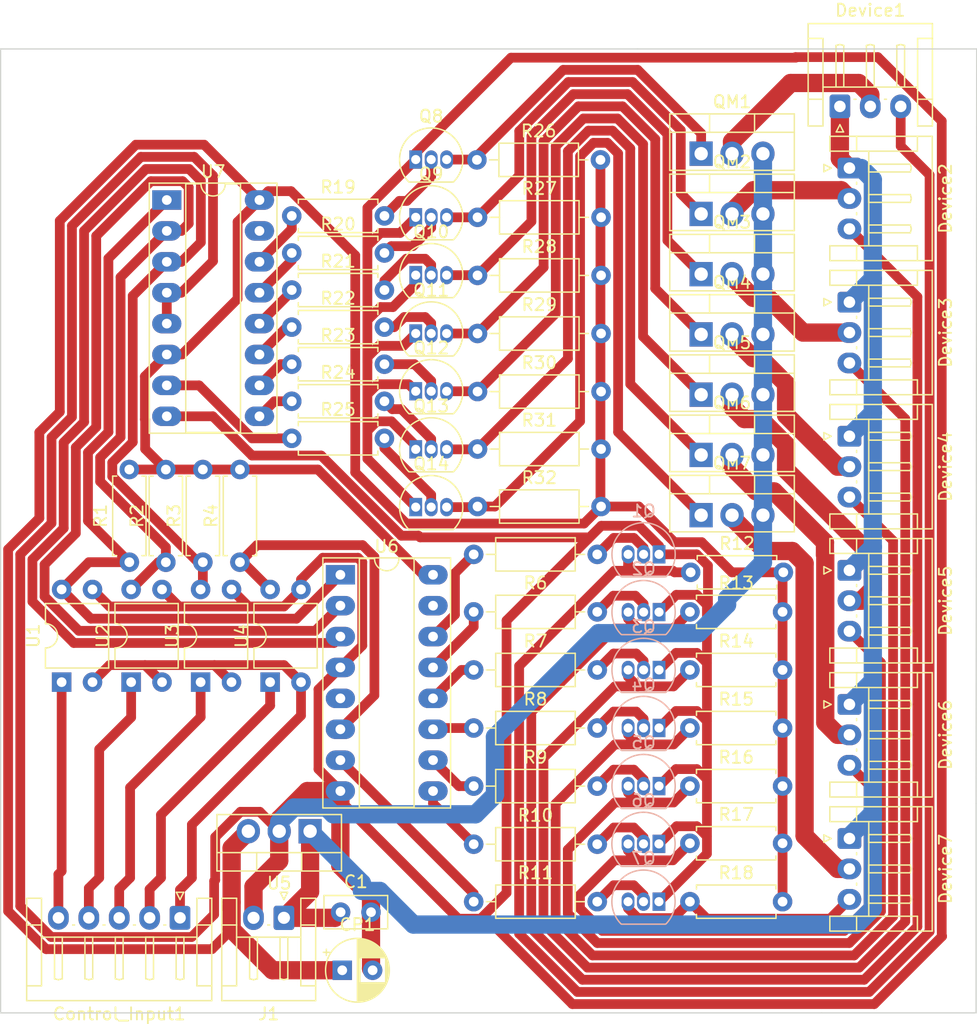
<source format=kicad_pcb>
(kicad_pcb (version 20221018) (generator pcbnew)
  (layers (0 "F.Cu" signal) (31 "B.Cu" signal) (34 "B.Paste" user) (35 "F.Paste" user) (36 "B.SilkS" user "B.Silkscreen") (37 "F.SilkS" user "F.Silkscreen") (38 "B.Mask" user) (39 "F.Mask" user) (44 "Edge.Cuts" user))
  (net 0 "")
  (net 1 "+12V")
  (net 2 "GND")
  (net 3 "MCU_A0")
  (net 4 "MCU_A1")
  (net 5 "MCU_A2")
  (net 6 "MCU_PWM")
  (net 7 "GNDA")
  (net 8 "+5V")
  (net 9 "D1_Power")
  (net 10 "D1_PWM")
  (net 11 "D2_Power")
  (net 12 "D2_PWM")
  (net 13 "D3_Power")
  (net 14 "D3_PWM")
  (net 15 "D4_Power")
  (net 16 "D4_PWM")
  (net 17 "D5_Power")
  (net 18 "D5_PWM")
  (net 19 "D6_Power")
  (net 20 "D6_PWM")
  (net 21 "D7_Power")
  (net 22 "D7_PWM")
  (net 23 "Net-(Q1-B)")
  (net 24 "Net-(Q2-B)")
  (net 25 "Net-(Q3-B)")
  (net 26 "Net-(Q4-B)")
  (net 27 "Net-(Q5-B)")
  (net 28 "Net-(Q6-B)")
  (net 29 "Net-(Q7-B)")
  (net 30 "Net-(Q8-B)")
  (net 31 "Net-(Q8-C)")
  (net 32 "Net-(Q9-B)")
  (net 33 "Net-(Q9-C)")
  (net 34 "Net-(Q10-B)")
  (net 35 "Net-(Q10-C)")
  (net 36 "Net-(Q11-B)")
  (net 37 "Net-(Q11-C)")
  (net 38 "Net-(Q12-B)")
  (net 39 "Net-(Q12-C)")
  (net 40 "Net-(Q13-B)")
  (net 41 "Net-(Q13-C)")
  (net 42 "Net-(Q14-B)")
  (net 43 "Net-(Q14-C)")
  (net 44 "A0")
  (net 45 "A1")
  (net 46 "A2")
  (net 47 "PWM")
  (net 48 "Net-(U6-~{Y1})")
  (net 49 "Net-(U6-~{Y2})")
  (net 50 "Net-(U6-~{Y3})")
  (net 51 "Net-(U6-~{Y4})")
  (net 52 "Net-(U6-~{Y5})")
  (net 53 "Net-(U6-~{Y6})")
  (net 54 "Net-(U6-~{Y7})")
  (net 55 "Net-(U7-~{Y1})")
  (net 56 "Net-(U7-~{Y2})")
  (net 57 "Net-(U7-~{Y3})")
  (net 58 "Net-(U7-~{Y4})")
  (net 59 "Net-(U7-~{Y5})")
  (net 60 "Net-(U7-~{Y6})")
  (net 61 "Net-(U7-~{Y7})")
  (footprint "Package_DIP:DIP-4_W7.62mm" (layer "F.Cu") (at 108.9798 105.0406 90)
    (fp_text reference "U4")
    (fp_text value "PC817")
  )
  (footprint "Connector_JST:JST_EH_S3B-EH_1x03_P2.50mm_Horizontal" (layer "F.Cu") (at 155.8328 57.7088)
    (fp_text reference "Device1")
    (fp_text value "Conn_01x03_Socket")
  )
  (footprint "Resistor_THT:R_Axial_DIN0207_L6.3mm_D2.5mm_P7.62mm_Horizontal" (layer "F.Cu") (at 106.496 95.1796 90)
    (fp_text reference "R4")
    (fp_text value "1k" hide)
  )
  (footprint "Connector_JST:JST_EH_S3B-EH_1x03_P2.50mm_Horizontal" (layer "F.Cu") (at 156.6164 106.8724 -90)
    (fp_text reference "Device6")
    (fp_text value "Conn_01x03_Socket")
  )
  (footprint "Connector_JST:JST_EH_S3B-EH_1x03_P2.50mm_Horizontal" (layer "F.Cu") (at 156.6164 73.8016 -90)
    (fp_text reference "Device3")
    (fp_text value "Conn_01x03_Socket")
  )
  (footprint "Resistor_THT:R_Axial_DIN0207_L6.3mm_D2.5mm_P10.16mm_Horizontal" (layer "F.Cu") (at 126.0348 76.3778)
    (fp_text reference "R29")
    (fp_text value "470")
  )
  (footprint "Resistor_THT:R_Axial_DIN0207_L6.3mm_D2.5mm_P7.62mm_Horizontal" (layer "F.Cu") (at 143.5 104.0384)
    (fp_text reference "R14")
    (fp_text value "470")
  )
  (footprint "Resistor_THT:R_Axial_DIN0207_L6.3mm_D2.5mm_P7.62mm_Horizontal" (layer "F.Cu") (at 97.4028 95.1796 90)
    (fp_text reference "R1")
    (fp_text value "1k")
  )
  (footprint "Resistor_THT:R_Axial_DIN0207_L6.3mm_D2.5mm_P10.16mm_Horizontal" (layer "F.Cu") (at 125.72 123.0884)
    (fp_text reference "R11")
    (fp_text value "220")
  )
  (footprint "Resistor_THT:R_Axial_DIN0207_L6.3mm_D2.5mm_P7.62mm_Horizontal" (layer "F.Cu") (at 110.7594 72.8064)
    (fp_text reference "R21")
    (fp_text value "220")
  )
  (footprint "Package_TO_SOT_THT:TO-92_Inline" (layer "F.Cu") (at 120.9548 90.6526)
    (fp_text reference "Q14")
    (fp_text value "S8050")
  )
  (footprint "Resistor_THT:R_Axial_DIN0207_L6.3mm_D2.5mm_P7.62mm_Horizontal" (layer "F.Cu") (at 143.5 113.5888)
    (fp_text reference "R16")
    (fp_text value "470")
  )
  (footprint "Resistor_THT:R_Axial_DIN0207_L6.3mm_D2.5mm_P7.62mm_Horizontal" (layer "F.Cu") (at 110.7594 75.8544)
    (fp_text reference "R22")
    (fp_text value "220")
  )
  (footprint "Connector_JST:JST_EH_S2B-EH_1x02_P2.50mm_Horizontal" (layer "F.Cu") (at 110.1144 124.4167 180)
    (fp_text reference "J1")
    (fp_text value "JST connector")
  )
  (footprint "Package_TO_SOT_THT:TO-220-3_Vertical" (layer "F.Cu") (at 144.4244 76.454)
    (fp_text reference "QM4")
    (fp_text value "IRLZ44N")
  )
  (footprint "Package_TO_SOT_THT:TO-220-3_Vertical" (layer "F.Cu") (at 112.268 117.2972 180)
    (fp_text reference "U5")
    (fp_text value "L7805")
  )
  (footprint "Resistor_THT:R_Axial_DIN0207_L6.3mm_D2.5mm_P10.16mm_Horizontal" (layer "F.Cu") (at 125.984 62.103)
    (fp_text reference "R26")
    (fp_text value "470")
  )
  (footprint "Package_DIP:DIP-4_W7.62mm" (layer "F.Cu") (at 97.5518 105.0406 90)
    (fp_text reference "U2")
    (fp_text value "PC817")
  )
  (footprint "Package_TO_SOT_THT:TO-92_Inline" (layer "F.Cu") (at 120.9548 62.0776)
    (fp_text reference "Q8")
    (fp_text value "S8050")
  )
  (footprint "Capacitor_THT:CP_Radial_D5.0mm_P2.50mm" (layer "F.Cu") (at 114.9096 128.7272)
    (fp_text reference "CP1")
    (fp_text value "1uF" hide)
  )
  (footprint "Resistor_THT:R_Axial_DIN0207_L6.3mm_D2.5mm_P7.62mm_Horizontal" (layer "F.Cu") (at 143.5608 96.012)
    (fp_text reference "R12")
    (fp_text value "470")
  )
  (footprint "Package_TO_SOT_THT:TO-220-3_Vertical" (layer "F.Cu") (at 144.4244 91.313)
    (fp_text reference "QM7")
    (fp_text value "IRLZ44N")
  )
  (footprint "Resistor_THT:R_Axial_DIN0207_L6.3mm_D2.5mm_P10.16mm_Horizontal" (layer "F.Cu") (at 126.0348 90.6018)
    (fp_text reference "R32")
    (fp_text value "470")
  )
  (footprint "Resistor_THT:R_Axial_DIN0207_L6.3mm_D2.5mm_P10.16mm_Horizontal" (layer "F.Cu") (at 125.72 94.5388)
    (fp_text reference "R5" hide)
    (fp_text value "220")
  )
  (footprint "Resistor_THT:R_Axial_DIN0207_L6.3mm_D2.5mm_P7.62mm_Horizontal" (layer "F.Cu") (at 143.5 118.2878)
    (fp_text reference "R17")
    (fp_text value "470")
  )
  (footprint "Package_TO_SOT_THT:TO-220-3_Vertical" (layer "F.Cu") (at 144.4244 81.407)
    (fp_text reference "QM5")
    (fp_text value "IRLZ44N")
  )
  (footprint "Resistor_THT:R_Axial_DIN0207_L6.3mm_D2.5mm_P7.62mm_Horizontal" (layer "F.Cu") (at 100.4048 95.1854 90)
    (fp_text reference "R2")
    (fp_text value "1k")
  )
  (footprint "Package_DIP:DIP-4_W7.62mm" (layer "F.Cu") (at 91.8348 105.0406 90)
    (fp_text reference "U1")
    (fp_text value "PC817")
  )
  (footprint "Package_TO_SOT_THT:TO-92_Inline" (layer "F.Cu") (at 120.9548 71.5816)
    (fp_text reference "Q10")
    (fp_text value "S8050")
  )
  (footprint "Resistor_THT:R_Axial_DIN0207_L6.3mm_D2.5mm_P10.16mm_Horizontal" (layer "F.Cu") (at 125.72 108.8136)
    (fp_text reference "R8")
    (fp_text value "220")
  )
  (footprint "Resistor_THT:R_Axial_DIN0207_L6.3mm_D2.5mm_P10.16mm_Horizontal" (layer "F.Cu") (at 125.72 99.2632)
    (fp_text reference "R6")
    (fp_text value "220")
  )
  (footprint "Package_DIP:DIP-16_W7.62mm_Socket_LongPads" (layer "F.Cu") (at 114.7572 96.2152)
    (fp_text reference "U6")
    (fp_text value "74HC137")
  )
  (footprint "Resistor_THT:R_Axial_DIN0207_L6.3mm_D2.5mm_P7.62mm_Horizontal" (layer "F.Cu") (at 110.7594 84.9984)
    (fp_text reference "R25")
    (fp_text value "220")
  )
  (footprint "Resistor_THT:R_Axial_DIN0207_L6.3mm_D2.5mm_P10.16mm_Horizontal" (layer "F.Cu") (at 125.72 118.364)
    (fp_text reference "R10")
    (fp_text value "220")
  )
  (footprint "Resistor_THT:R_Axial_DIN0207_L6.3mm_D2.5mm_P7.62mm_Horizontal" (layer "F.Cu") (at 143.5 123.0884)
    (fp_text reference "R18")
    (fp_text value "470")
  )
  (footprint "Resistor_THT:R_Axial_DIN0207_L6.3mm_D2.5mm_P7.62mm_Horizontal" (layer "F.Cu") (at 110.7594 69.7584)
    (fp_text reference "R20")
    (fp_text value "220")
  )
  (footprint "Resistor_THT:R_Axial_DIN0207_L6.3mm_D2.5mm_P7.62mm_Horizontal" (layer "F.Cu") (at 143.5 99.2632)
    (fp_text reference "R13")
    (fp_text value "470")
  )
  (footprint "Resistor_THT:R_Axial_DIN0207_L6.3mm_D2.5mm_P10.16mm_Horizontal" (layer "F.Cu") (at 125.72 104.0384)
    (fp_text reference "R7")
    (fp_text value "220")
  )
  (footprint "Package_TO_SOT_THT:TO-220-3_Vertical" (layer "F.Cu") (at 144.4244 66.548)
    (fp_text reference "QM2")
    (fp_text value "IRLZ44N")
  )
  (footprint "Package_DIP:DIP-16_W7.62mm_Socket_LongPads" (layer "F.Cu") (at 100.4824 65.405)
    (fp_text reference "U7")
    (fp_text value "74HC137")
  )
  (footprint "Resistor_THT:R_Axial_DIN0207_L6.3mm_D2.5mm_P10.16mm_Horizontal" (layer "F.Cu") (at 126.0348 71.6026)
    (fp_text reference "R28")
    (fp_text value "470")
  )
  (footprint "Capacitor_THT:C_Disc_D5.0mm_W2.5mm_P2.50mm" (layer "F.Cu") (at 114.7772 123.952)
    (fp_text reference "C1")
    (fp_text value "0.1uF")
  )
  (footprint "Connector_JST:JST_EH_S3B-EH_1x03_P2.50mm_Horizontal" (layer "F.Cu") (at 156.6164 95.8488 -90)
    (fp_text reference "Device5")
    (fp_text value "Conn_01x03_Socket")
  )
  (footprint "Resistor_THT:R_Axial_DIN0207_L6.3mm_D2.5mm_P7.62mm_Horizontal" (layer "F.Cu") (at 143.5 108.8136)
    (fp_text reference "R15")
    (fp_text value "470")
  )
  (footprint "Package_TO_SOT_THT:TO-92_Inline" (layer "F.Cu") (at 120.9548 81.1276)
    (fp_text reference "Q12")
    (fp_text value "S8050")
  )
  (footprint "Resistor_THT:R_Axial_DIN0207_L6.3mm_D2.5mm_P10.16mm_Horizontal" (layer "F.Cu") (at 126.0348 85.8774)
    (fp_text reference "R31")
    (fp_text value "470")
  )
  (footprint "Resistor_THT:R_Axial_DIN0207_L6.3mm_D2.5mm_P7.62mm_Horizontal" (layer "F.Cu") (at 103.448 95.1796 90)
    (fp_text reference "R3")
    (fp_text value "1k")
  )
  (footprint "Resistor_THT:R_Axial_DIN0207_L6.3mm_D2.5mm_P7.62mm_Horizontal" (layer "F.Cu") (at 110.7594 81.9504)
    (fp_text reference "R24")
    (fp_text value "220")
  )
  (footprint "Package_TO_SOT_THT:TO-220-3_Vertical" (layer "F.Cu") (at 144.4244 86.36)
    (fp_text reference "QM6")
    (fp_text value "IRLZ44N")
  )
  (footprint "Connector_JST:JST_EH_S3B-EH_1x03_P2.50mm_Horizontal" (layer "F.Cu") (at 156.6164 117.896 -90)
    (fp_text reference "Device7")
    (fp_text value "Conn_01x03_Socket")
  )
  (footprint "Resistor_THT:R_Axial_DIN0207_L6.3mm_D2.5mm_P10.16mm_Horizontal" (layer "F.Cu") (at 126.0348 66.8274)
    (fp_text reference "R27")
    (fp_text value "470")
  )
  (footprint "Connector_JST:JST_EH_S3B-EH_1x03_P2.50mm_Horizontal" (layer "F.Cu") (at 156.6164 62.778 -90)
    (fp_text reference "Device2")
    (fp_text value "Conn_01x03_Socket")
  )
  (footprint "Package_TO_SOT_THT:TO-92_Inline" (layer "F.Cu") (at 120.9548 85.9028)
    (fp_text reference "Q13")
    (fp_text value "S8050")
  )
  (footprint "Resistor_THT:R_Axial_DIN0207_L6.3mm_D2.5mm_P10.16mm_Horizontal" (layer "F.Cu") (at 126.0348 81.153)
    (fp_text reference "R30")
    (fp_text value "470")
  )
  (footprint "Package_TO_SOT_THT:TO-92_Inline" (layer "F.Cu") (at 120.9548 66.8274)
    (fp_text reference "Q9")
    (fp_text value "S8050")
  )
  (footprint "Resistor_THT:R_Axial_DIN0207_L6.3mm_D2.5mm_P10.16mm_Horizontal" (layer "F.Cu") (at 125.72 113.5888)
    (fp_text reference "R9")
    (fp_text value "220")
  )
  (footprint "Connector_JST:JST_EH_S3B-EH_1x03_P2.50mm_Horizontal" (layer "F.Cu") (at 156.6164 84.8252 -90)
    (fp_text reference "Device4")
    (fp_text value "Conn_01x03_Socket")
  )
  (footprint "Resistor_THT:R_Axial_DIN0207_L6.3mm_D2.5mm_P7.62mm_Horizontal" (layer "F.Cu") (at 110.7594 66.7104)
    (fp_text reference "R19")
    (fp_text value "220")
  )
  (footprint "Connector_JST:JST_EH_S5B-EH_1x05_P2.50mm_Horizontal" (layer "F.Cu") (at 101.5708 124.4167 180)
    (fp_text reference "Control_Input1")
    (fp_text value "Conn_01x05_Socket")
  )
  (footprint "Package_DIP:DIP-4_W7.62mm" (layer "F.Cu") (at 103.2648 105.0406 90)
    (fp_text reference "U3")
    (fp_text value "PC817")
  )
  (footprint "Package_TO_SOT_THT:TO-220-3_Vertical" (layer "F.Cu") (at 144.4244 71.501)
    (fp_text reference "QM3")
    (fp_text value "IRLZ44N")
  )
  (footprint "Package_TO_SOT_THT:TO-92_Inline" (layer "F.Cu") (at 120.9548 76.3778)
    (fp_text reference "Q11")
    (fp_text value "S8050")
  )
  (footprint "Package_TO_SOT_THT:TO-220-3_Vertical" (layer "F.Cu") (at 144.4244 61.595)
    (fp_text reference "QM1")
    (fp_text value "IRLZ44N")
  )
  (footprint "Resistor_THT:R_Axial_DIN0207_L6.3mm_D2.5mm_P7.62mm_Horizontal" (layer "F.Cu") (at 110.7594 78.9024)
    (fp_text reference "R23")
    (fp_text value "220")
  )
  (footprint "Package_TO_SOT_THT:TO-92_Inline" (layer "B.Cu") (at 140.96 99.2838 180)
    (fp_text reference "Q2")
    (fp_text value "S8050")
  )
  (footprint "Package_TO_SOT_THT:TO-92_Inline" (layer "B.Cu") (at 140.96 104.038 180)
    (fp_text reference "Q3")
    (fp_text value "S8050")
  )
  (footprint "Package_TO_SOT_THT:TO-92_Inline" (layer "B.Cu") (at 140.9524 123.0884 180)
    (fp_text reference "Q7")
    (fp_text value "S8050")
  )
  (footprint "Package_TO_SOT_THT:TO-92_Inline" (layer "B.Cu") (at 140.96 108.8092 180)
    (fp_text reference "Q4")
    (fp_text value "S8050")
  )
  (footprint "Package_TO_SOT_THT:TO-92_Inline" (layer "B.Cu") (at 140.9524 118.3386 180)
    (fp_text reference "Q6")
    (fp_text value "S8050")
  )
  (footprint "Package_TO_SOT_THT:TO-92_Inline" (layer "B.Cu") (at 140.96 113.5844 180)
    (fp_text reference "Q5")
    (fp_text value "S8050")
  )
  (footprint "Package_TO_SOT_THT:TO-92_Inline" (layer "B.Cu") (at 140.96 94.534 180)
    (fp_text reference "Q1")
    (fp_text value "S8050")
  )
  (gr_line (start 154.3304 132.2324) (end 86.8172 132.2324) (stroke (width 0.1)) (layer "Edge.Cuts"))
  (gr_line (start 167.0304 115.0112) (end 167.0304 132.2324) (stroke (width 0.1)) (layer "Edge.Cuts"))
  (gr_line (start 167.0304 115.0112) (end 167.0812 52.9844) (stroke (width 0.1)) (layer "Edge.Cuts"))
  (gr_line (start 86.8172 96.7232) (end 86.8172 52.9844) (stroke (width 0.1)) (layer "Edge.Cuts"))
  (gr_line (start 167.0812 52.9844) (end 167.0812 52.9844) (stroke (width 0.1)) (layer "Edge.Cuts"))
  (gr_line (start 139.192 52.9844) (end 167.0812 52.9844) (stroke (width 0.1)) (layer "Edge.Cuts"))
  (gr_line (start 139.192 52.9844) (end 86.8172 52.9844) (stroke (width 0.1)) (layer "Edge.Cuts"))
  (gr_line (start 86.8172 96.7232) (end 86.8172 132.2324) (stroke (width 0.1)) (layer "Edge.Cuts"))
  (gr_line (start 154.3304 132.2324) (end 167.0304 132.2324) (stroke (width 0.1)) (layer "Edge.Cuts"))
  (segment (start 112.268 122.2631) (end 110.1144 124.4167) (width 1.5) (layer "F.Cu") (net 1))
  (segment (start 110.1144 124.4167) (end 114.3125 124.4167) (width 1.5) (layer "F.Cu") (net 1))
  (segment (start 114.3125 124.4167) (end 114.7772 123.952) (width 1.5) (layer "F.Cu") (net 1))
  (segment (start 155.8328 61.9944) (end 156.6164 62.778) (width 1.5) (layer "F.Cu") (net 1))
  (segment (start 155.8328 57.7088) (end 155.8328 61.9944) (width 1.5) (layer "F.Cu") (net 1))
  (segment (start 112.268 117.2972) (end 112.268 122.2631) (width 1.5) (layer "F.Cu") (net 1))
  (segment (start 158.540153 63.726753) (end 157.5914 62.778) (width 1.5) (layer "B.Cu") (net 1))
  (segment (start 116.5272 122.202) (end 117.994962 122.202) (width 1.5) (layer "B.Cu") (net 1))
  (segment (start 158.540153 71.877847) (end 158.540153 82.901447) (width 1.5) (layer "B.Cu") (net 1))
  (segment (start 156.6164 117.729381) (end 156.6164 117.896) (width 1.5) (layer "B.Cu") (net 1))
  (segment (start 157.211019 124.968) (end 158.540153 123.638866) (width 1.5) (layer "B.Cu") (net 1))
  (segment (start 158.540153 93.925047) (end 156.6164 95.8488) (width 1.5) (layer "B.Cu") (net 1))
  (segment (start 158.540153 123.638866) (end 158.540153 115.805628) (width 1.5) (layer "B.Cu") (net 1))
  (segment (start 158.540153 82.901447) (end 156.6164 84.8252) (width 1.5) (layer "B.Cu") (net 1))
  (segment (start 158.540153 82.901447) (end 158.540153 93.925047) (width 1.5) (layer "B.Cu") (net 1))
  (segment (start 120.760962 124.968) (end 157.211019 124.968) (width 1.5) (layer "B.Cu") (net 1))
  (segment (start 116.5272 122.202) (end 116.5272 121.5564) (width 1.5) (layer "B.Cu") (net 1))
  (segment (start 157.5914 62.778) (end 156.6164 62.778) (width 1.5) (layer "B.Cu") (net 1))
  (segment (start 158.540153 115.805628) (end 156.6164 117.729381) (width 1.5) (layer "B.Cu") (net 1))
  (segment (start 158.540153 71.877847) (end 156.6164 73.8016) (width 1.5) (layer "B.Cu") (net 1))
  (segment (start 158.540153 104.948647) (end 158.540153 115.805628) (width 1.5) (layer "B.Cu") (net 1))
  (segment (start 117.994962 122.202) (end 120.760962 124.968) (width 1.5) (layer "B.Cu") (net 1))
  (segment (start 158.540153 93.925047) (end 158.540153 104.948647) (width 1.5) (layer "B.Cu") (net 1))
  (segment (start 158.540153 71.877847) (end 158.540153 63.726753) (width 1.5) (layer "B.Cu") (net 1))
  (segment (start 116.5272 121.5564) (end 112.268 117.2972) (width 1.5) (layer "B.Cu") (net 1))
  (segment (start 158.540153 104.948647) (end 156.6164 106.8724) (width 1.5) (layer "B.Cu") (net 1))
  (segment (start 164.2072 125.903729) (end 164.2364 125.932929) (width 0.8) (layer "F.Cu") (net 2))
  (segment (start 142.3806 97.8632) (end 140.96 99.2838) (width 0.8) (layer "F.Cu") (net 2))
  (segment (start 144.9 117.715014) (end 144.072786 116.8878) (width 0.8) (layer "F.Cu") (net 2))
  (segment (start 106.547598 115.698423) (end 108.129223 115.698423) (width 0.8) (layer "F.Cu") (net 2))
  (segment (start 144.072786 97.8632) (end 142.3806 97.8632) (width 0.8) (layer "F.Cu") (net 2))
  (segment (start 109.728 119.733204) (end 107.6144 121.846804) (width 1.5) (layer "F.Cu") (net 2))
  (segment (start 116.9794 69.185614) (end 118.054614 68.1104) (width 0.8) (layer "F.Cu") (net 2))
  (segment (start 142.4032 116.8878) (end 140.9524 118.3386) (width 0.8) (layer "F.Cu") (net 2))
  (segment (start 104.4644 117.781621) (end 106.547598 115.698423) (width 0.8) (layer "F.Cu") (net 2))
  (segment (start 114.7572 114.7952) (end 124.4504 124.4884) (width 0.8) (layer "F.Cu") (net 2))
  (segment (start 128.4224 122.358786) (end 128.4224 99.9744) (width 0.8) (layer "F.Cu") (net 2))
  (segment (start 142.3556 112.1888) (end 140.96 113.5844) (width 0.8) (layer "F.Cu") (net 2))
  (segment (start 110.1198 98.8206) (end 111.5198 97.4206) (width 0.8) (layer "F.Cu") (net 2))
  (segment (start 119.9388 77.3938) (end 120.9548 76.3778) (width 0.8) (layer "F.Cu") (net 2))
  (segment (start 100.4824 75.565) (end 100.4824 73.025) (width 0.8) (layer "F.Cu") (net 2))
  (segment (start 117.2772 123.952) (end 117.2772 122.662) (width 1.5) (layer "F.Cu") (net 2))
  (segment (start 101.6824 73.025) (end 104.282401 70.424999) (width 0.8) (layer "F.Cu") (net 2))
  (segment (start 107.4928 86.4108) (end 104.267 83.185) (width 0.8) (layer "F.Cu") (net 2))
  (segment (start 117.806614 80.5504) (end 120.3776 80.5504) (width 0.8) (layer "F.Cu") (net 2))
  (segment (start 102.733227 61.855599) (end 98.354845 61.855599) (width 0.8) (layer "F.Cu") (net 2))
  (segment (start 107.6144 121.846804) (end 107.6144 124.4167) (width 1.5) (layer "F.Cu") (net 2))
  (segment (start 135.1026 93.2942) (end 134.9472 93.1388) (width 0.8) (layer "F.Cu") (net 2))
  (segment (start 102.5263 125.9917) (end 104.376799 124.141201) (width 0.8) (layer "F.Cu") (net 2))
  (segment (start 126.813516 124.4884) (end 126.292786 124.4884) (width 0.8) (layer "F.Cu") (net 2))
  (segment (start 116.9794 66.053) (end 116.9794 69.3674) (width 0.8) (layer "F.Cu") (net 2))
  (segment (start 152.187326 53.702998) (end 152.187326 53.656392) (width 0.8) (layer "F.Cu") (net 2))
  (segment (start 144.072786 116.8878) (end 142.4032 116.8878) (width 0.8) (layer "F.Cu") (net 2))
  (segment (start 116.9794 78.7654) (end 116.9794 75.281614) (width 0.8) (layer "F.Cu") (net 2))
  (segment (start 100.0918 97.4206) (end 101.4918 98.8206) (width 0.8) (layer "F.Cu") (net 2))
  (segment (start 144.9 113.016014) (end 144.9 108.240814) (width 0.8) (layer "F.Cu") (net 2))
  (segment (start 140.96 93.844228) (end 139.300995 92.185223) (width 0.8) (layer "F.Cu") (net 2))
  (segment (start 116.9794 75.281614) (end 116.9794 69.3674) (width 0.8) (layer "F.Cu") (net 2))
  (segment (start 109.728 117.2972) (end 109.728 119.733204) (width 1.5) (layer "F.Cu") (net 2))
  (segment (start 116.9794 81.377614) (end 116.9794 78.7654) (width 0.8) (layer "F.Cu") (net 2))
  (segment (start 119.766258 93.0018) (end 113.175258 86.4108) (width 0.8) (layer "F.Cu") (net 2))
  (segment (start 112.9572 105.6352) (end 114.7572 103.8352) (width 0.8) (layer "F.Cu") (net 2))
  (segment (start 88.434798 123.452343) (end 90.974155 125.9917) (width 0.8) (layer "F.Cu") (net 2))
  (segment (start 124.4504 124.4884) (end 126.292786 124.4884) (width 0.8) (layer "F.Cu") (net 2))
  (segment (start 144.055586 94.534) (end 144.9832 95.461614) (width 0.8) (layer "F.Cu") (net 2))
  (segment (start 144.9 103.465614) (end 144.9 98.690414) (width 0.8) (layer "F.Cu") (net 2))
  (segment (start 116.5572 95.166672) (end 116.205728 94.8152) (width 0.8) (layer "F.Cu") (net 2))
  (segment (start 119.08 74.2064) (end 120.9548 72.3316) (width 0.8) (layer "F.Cu") (net 2))
  (segment (start 120.9548 62.0776) (end 120.9548 61.535502) (width 0.8) (layer "F.Cu") (net 2))
  (segment (start 117.7604 83.5984) (end 118.952186 83.5984) (width 0.8) (layer "F.Cu") (net 2))
  (segment (start 164.2072 58.911555) (end 164.2072 125.903729) (width 0.8) (layer "F.Cu") (net 2))
  (segment (start 117.2772 122.662) (end 114.7572 120.142) (width 1.5) (layer "F.Cu") (net 2))
  (segment (start 144.9 117.715014) (end 144.9 113.016014) (width 0.8) (layer "F.Cu") (net 2))
  (segment (start 116.9794 69.3674) (end 116.9794 69.185614) (width 0.8) (layer "F.Cu") (net 2))
  (segment (start 108.129223 115.698423) (end 109.728 117.2972) (width 0.8) (layer "F.Cu") (net 2))
  (segment (start 114.7572 103.8352) (end 116.5572 102.0352) (width 0.8) (layer "F.Cu") (net 2))
  (segment (start 136.211577 92.185223) (end 135.1026 93.2942) (width 0.8) (layer "F.Cu") (net 2))
  (segment (start 117.2772 123.952) (end 117.2772 128.5948) (width 1.5) (layer "F.Cu") (net 2))
  (segment (start 144.072786 112.1888) (end 142.3556 112.1888) (width 0.8) (layer "F.Cu") (net 2))
  (segment (start 92.682399 67.528045) (end 92.6824 83.236144) (width 0.8) (layer "F.Cu") (net 2))
  (segment (start 113.175258 86.4108) (end 107.4928 86.4108) (width 0.8) (layer "F.Cu") (net 2))
  (segment (start 117.915214 77.3938) (end 119.9388 77.3938) (width 0.8) (layer "F.Cu") (net 2))
  (segment (start 144.9 103.465614) (end 144.072786 102.6384) (width 0.8) (layer "F.Cu") (net 2))
  (segment (start 142.3596 102.6384) (end 140.96 104.038) (width 0.8) (layer "F.Cu") (net 2))
  (segment (start 140.96 94.534) (end 144.055586 94.534) (width 0.8) (layer "F.Cu") (net 2))
  (segment (start 133.833116 131.508) (end 126.813516 124.4884) (width 0.8) (layer "F.Cu") (net 2))
  (segment (start 118.952186 83.5984) (end 120.9548 85.601014) (width 0.8) (layer "F.Cu") (net 2))
  (segment (start 91.002799 91.971171) (end 88.434798 94.539172) (width 0.8) (layer "F.Cu") (net 2))
  (segment (start 119.6718 68.1104) (end 120.9548 66.8274) (width 0.8) (layer "F.Cu") (net 2))
  (segment (start 114.7572 120.142) (end 114.7572 113.9952) (width 1.5) (layer "F.Cu") (net 2))
  (segment (start 104.282401 70.424999) (end 104.2824 63.404772) (width 0.8) (layer "F.Cu") (net 2))
  (segment (start 120.9548 90.6526) (end 116.9794 86.6772) (width 0.8) (layer "F.Cu") (net 2))
  (segment (start 104.4644 121.3104) (end 104.4644 117.781621) (width 0.8) (layer "F.Cu") (net 2))
  (segment (start 104.2824 63.404772) (end 102.733227 61.855599) (width 0.8) (layer "F.Cu") (net 2))
  (segment (start 158.952037 53.656392) (end 164.2072 58.911555) (width 0.8) (layer "F.Cu") (net 2))
  (segment (start 128.4224 99.9744) (end 135.1026 93.2942) (width 0.8) (layer "F.Cu") (net 2))
  (segment (start 121.18097 93.0018) (end 119.766258 93.0018) (width 0.8) (layer "F.Cu") (net 2))
  (segment (start 144.9 98.690414) (end 144.072786 97.8632) (width 0.8) (layer "F.Cu") (net 2))
  (segment (start 116.205728 94.8152) (end 113.308672 94.8152) (width 0.8) (layer "F.Cu") (net 2))
  (segment (start 140.96 94.534) (end 140.96 93.844228) (width 0.8) (layer "F.Cu") (net 2))
  (segment (start 104.376799 124.141201) (end 104.376799 121.398001) (width 0.8) (layer "F.Cu") (net 2))
  (segment (start 113.308672 94.8152) (end 111.5198 96.604072) (width 0.8) (layer "F.Cu") (net 2))
  (segment (start 118.054614 74.2064) (end 119.08 74.2064) (width 0.8) (layer "F.Cu") (net 2))
  (segment (start 158.661327 131.508002) (end 133.833116 131.508) (width 0.8) (layer "F.Cu") (net 2))
  (segment (start 114.7572 113.9952) (end 114.7572 114.7952) (width 0.8) (layer "F.Cu") (net 2))
  (segment (start 144.9832 98.607214) (end 144.9 98.690414) (width 0.8) (layer "F.Cu") (net 2))
  (segment (start 144.072786 102.6384) (end 142.3596 102.6384) (width 0.8) (layer "F.Cu") (net 2))
  (segment (start 144.072786 107.4136) (end 142.3556 107.4136) (width 0.8) (layer "F.Cu") (net 2))
  (segment (start 116.9794 81.377614) (end 117.806614 80.5504) (width 0.8) (layer "F.Cu") (net 2))
  (segment (start 112.9572 112.1952) (end 112.9572 105.6352) (width 0.8) (layer "F.Cu") (net 2))
  (segment (start 116.9794 78.329614) (end 117.915214 77.3938) (width 0.8) (layer "F.Cu") (net 2))
  (segment (start 117.2772 128.5948) (end 117.4096 128.7272) (width 1.5) (layer "F.Cu") (net 2))
  (segment (start 116.5572 102.0352) (end 116.5572 95.166672) (width 0.8) (layer "F.Cu") (net 2))
  (segment (start 116.9794 86.6772) (end 116.9794 84.3794) (width 0.8) (layer "F.Cu") (net 2))
  (segment (start 112.03367 113.9952) (end 114.7572 113.9952) (width 1.5) (layer "F.Cu") (net 2))
  (segment (start 92.6824 83.236144) (end 91.002798 84.915746) (width 0.8) (layer "F.Cu") (net 2))
  (segment (start 121.31797 93.1388) (end 121.18097 93.0018) (width 0.8) (layer "F.Cu") (net 2))
  (segment (start 120.3776 80.5504) (end 120.9548 81.1276) (width 0.8) (layer "F.Cu") (net 2))
  (segment (start 144.9 113.016014) (end 144.072786 112.1888) (width 0.8) (layer "F.Cu") (net 2))
  (segment (start 94.3748 97.4206) (end 95.7748 98.8206) (width 0.8) (layer "F.Cu") (net 2))
  (segment (start 116.9794 75.281614) (end 118.054614 74.2064) (width 0.8) (layer "F.Cu") (net 2))
  (segment (start 120.9548 85.601014) (end 120.9548 85.9028) (width 0.8) (layer "F.Cu") (net 2))
  (segment (start 144.9 119.1408) (end 144.9 117.715014) (width 0.8) (layer "F.Cu") (net 2))
  (segment (start 116.9794 78.7654) (end 116.9794 78.329614) (width 0.8) (layer "F.Cu") (net 2))
  (segment (start 144.9832 95.461614) (end 144.9832 98.607214) (width 0.8) (layer "F.Cu") (net 2))
  (segment (start 120.9548 61.535502) (end 128.787304 53.702998) (width 0.8) (layer "F.Cu") (net 2))
  (segment (start 120.9548 62.0776) (end 116.9794 66.053) (width 0.8) (layer "F.Cu") (net 2))
  (segment (start 88.434798 94.539172) (end 88.434798 123.452343) (width 0.8) (layer "F.Cu") (net 2))
  (segment (start 101.4918 98.8206) (end 107.2048 98.8206) (width 0.8) (layer "F.Cu") (net 2))
  (segment (start 98.354845 61.855599) (end 92.682399 67.528045) (width 0.8) (layer "F.Cu") (net 2))
  (segment (start 152.187326 53.656392) (end 158.952037 53.656392) (width 0.8) (layer "F.Cu") (net 2))
  (segment (start 91.002798 84.915746) (end 91.002799 91.971171) (width 0.8) (layer "F.Cu") (net 2))
  (segment (start 111.5198 96.604072) (end 111.5198 97.4206) (width 0.8) (layer "F.Cu") (net 2))
  (segment (start 104.267 83.185) (end 100.4824 83.185) (width 0.8) (layer "F.Cu") (net 2))
  (segment (start 118.054614 68.1104) (end 119.6718 68.1104) (width 0.8) (layer "F.Cu") (net 2))
  (segment (start 134.9472 93.1388) (end 121.31797 93.1388) (width 0.8) (layer "F.Cu") (net 2))
  (segment (start 100.4824 73.025) (end 101.6824 73.025) (width 0.8) (layer "F.Cu") (net 2))
  (segment (start 126.292786 124.4884) (end 128.4224 122.358786) (width 0.8) (layer "F.Cu") (net 2))
  (segment (start 164.2364 125.932929) (end 158.661327 131.508002) (width 0.8) (layer "F.Cu") (net 2))
  (segment (start 95.7748 98.8206) (end 101.4918 98.8206) (width 0.8) (layer "F.Cu") (net 2))
  (segment (start 104.376799 121.398001) (end 104.4644 121.3104) (width 0.8) (layer "F.Cu") (net 2))
  (segment (start 90.974155 125.9917) (end 102.5263 125.9917) (width 0.8) (layer "F.Cu") (net 2))
  (segment (start 140.9524 123.0884) (end 144.9 119.1408) (width 0.8) (layer "F.Cu") (net 2))
  (segment (start 116.9794 84.3794) (end 116.9794 81.377614) (width 0.8) (layer "F.Cu") (net 2))
  (segment (start 139.300995 92.185223) (end 136.211577 92.185223) (width 0.8) (layer "F.Cu") (net 2))
  (segment (start 110.1198 98.8206) (end 107.2048 98.8206) (width 0.8) (layer "F.Cu") (net 2))
  (segment (start 107.2048 98.8206) (end 105.8048 97.4206) (width 0.8) (layer "F.Cu") (net 2))
  (segment (start 114.7572 113.9952) (end 112.9572 112.1952) (width 0.8) (layer "F.Cu") (net 2))
  (segment (start 116.9794 84.3794) (end 117.7604 83.5984) (width 0.8) (layer "F.Cu") (net 2))
  (segment (start 120.9548 72.3316) (end 120.9548 71.5816) (width 0.8) (layer "F.Cu") (net 2))
  (segment (start 109.728 116.30087) (end 112.03367 113.9952) (width 1.5) (layer "F.Cu") (net 2))
  (segment (start 109.728 117.2972) (end 109.728 116.30087) (width 1.5) (layer "F.Cu") (net 2))
  (segment (start 142.3556 107.4136) (end 140.96 108.8092) (width 0.8) (layer "F.Cu") (net 2))
  (segment (start 128.787304 53.702998) (end 152.187326 53.702998) (width 0.8) (layer "F.Cu") (net 2))
  (segment (start 144.9 108.240814) (end 144.9 103.465614) (width 0.8) (layer "F.Cu") (net 2))
  (segment (start 144.9 108.240814) (end 144.072786 107.4136) (width 0.8) (layer "F.Cu") (net 2))
  (segment (start 109.728 116.541196) (end 109.728 117.2972) (width 1.5) (layer "B.Cu") (net 2))
  (segment (start 135.988162 101.0132) (end 127.47 109.531362) (width 1.5) (layer "B.Cu") (net 2))
  (segment (start 149.5044 95.220638) (end 146.558 98.167038) (width 1.5) (layer "B.Cu") (net 2))
  (segment (start 146.558 98.167038) (end 146.558 98.672962) (width 1.5) (layer "B.Cu") (net 2))
  (segment (start 127.47 114.306562) (end 125.872866 115.903696) (width 1.5) (layer "B.Cu") (net 2))
  (segment (start 114.1705 115.903696) (end 113.614004 115.3472) (width 1.5) (layer "B.Cu") (net 2))
  (segment (start 110.921996 115.3472) (end 109.728 116.541196) (width 1.5) (layer "B.Cu") (net 2))
  (segment (start 149.5044 61.595) (end 149.5044 91.313) (width 1.5) (layer "B.Cu") (net 2))
  (segment (start 149.5044 91.313) (end 149.5044 95.220638) (width 1.5) (layer "B.Cu") (net 2))
  (segment (start 144.217762 101.0132) (end 135.988162 101.0132) (width 1.5) (layer "B.Cu") (net 2))
  (segment (start 127.47 109.531362) (end 127.47 114.306562) (width 1.5) (layer "B.Cu") (net 2))
  (segment (start 113.614004 115.3472) (end 110.921996 115.3472) (width 1.5) (layer "B.Cu") (net 2))
  (segment (start 125.872866 115.903696) (end 114.1705 115.903696) (width 1.5) (layer "B.Cu") (net 2))
  (segment (start 146.558 98.672962) (end 144.217762 101.0132) (width 1.5) (layer "B.Cu") (net 2))
  (segment (start 91.8348 105.0406) (end 91.8348 120.5764) (width 0.8) (layer "F.Cu") (net 3))
  (segment (start 91.8348 120.5764) (end 91.5708 120.8404) (width 0.8) (layer "F.Cu") (net 3))
  (segment (start 91.5708 120.8404) (end 91.5708 124.4167) (width 0.8) (layer "F.Cu") (net 3))
  (segment (start 94.9252 121.1268) (end 94.9252 110.5608) (width 0.8) (layer "F.Cu") (net 4))
  (segment (start 94.9252 110.5608) (end 97.5518 107.9342) (width 0.8) (layer "F.Cu") (net 4))
  (segment (start 97.5518 107.9342) (end 97.5518 105.0406) (width 0.8) (layer "F.Cu") (net 4))
  (segment (start 94.0708 121.9812) (end 94.0708 124.4167) (width 0.8) (layer "F.Cu") (net 4))
  (segment (start 94.9252 121.1268) (end 94.0708 121.9812) (width 0.8) (layer "F.Cu") (net 4))
  (segment (start 97.4652 121.1268) (end 97.4652 113.7104) (width 0.8) (layer "F.Cu") (net 5))
  (segment (start 103.2648 107.9108) (end 103.2648 105.0406) (width 0.8) (layer "F.Cu") (net 5))
  (segment (start 97.4652 113.7104) (end 103.2648 107.9108) (width 0.8) (layer "F.Cu") (net 5))
  (segment (start 96.5708 122.0212) (end 96.5708 124.4167) (width 0.8) (layer "F.Cu") (net 5))
  (segment (start 97.4652 121.1268) (end 96.5708 122.0212) (width 0.8) (layer "F.Cu") (net 5))
  (segment (start 100.0052 121.1268) (end 99.0708 122.0612) (width 0.8) (layer "F.Cu") (net 6))
  (segment (start 108.9798 106.971) (end 108.9798 105.0406) (width 0.8) (layer "F.Cu") (net 6))
  (segment (start 99.0708 122.0612) (end 99.0708 124.4167) (width 0.8) (layer "F.Cu") (net 6))
  (segment (start 100.0052 115.9456) (end 108.9798 106.971) (width 0.8) (layer "F.Cu") (net 6))
  (segment (start 100.0052 121.1268) (end 100.0052 115.9456) (width 0.8) (layer "F.Cu") (net 6))
  (segment (start 95.7748 103.6406) (end 98.6918 103.6406) (width 0.8) (layer "F.Cu") (net 7))
  (segment (start 101.5708 122.1012) (end 101.5708 124.4167) (width 0.8) (layer "F.Cu") (net 7))
  (segment (start 98.6918 103.6406) (end 100.0918 105.0406) (width 0.8) (layer "F.Cu") (net 7))
  (segment (start 111.5198 105.0406) (end 110.1198 103.6406) (width 0.8) (layer "F.Cu") (net 7))
  (segment (start 102.5452 121.1268) (end 102.5452 116.7584) (width 0.8) (layer "F.Cu") (net 7))
  (segment (start 111.5198 107.7838) (end 111.5198 105.0406) (width 0.8) (layer "F.Cu") (net 7))
  (segment (start 102.5452 121.1268) (end 101.5708 122.1012) (width 0.8) (layer "F.Cu") (net 7))
  (segment (start 102.5452 116.7584) (end 111.5198 107.7838) (width 0.8) (layer "F.Cu") (net 7))
  (segment (start 98.6918 103.6406) (end 104.4048 103.6406) (width 0.8) (layer "F.Cu") (net 7))
  (segment (start 104.4048 103.6406) (end 110.1198 103.6406) (width 0.8) (layer "F.Cu") (net 7))
  (segment (start 94.3748 105.0406) (end 95.7748 103.6406) (width 0.8) (layer "F.Cu") (net 7))
  (segment (start 104.4048 103.6406) (end 105.8048 105.0406) (width 0.8) (layer "F.Cu") (net 7))
  (segment (start 146.9478 96.012) (end 144.469799 93.533999) (width 0.8) (layer "F.Cu") (net 8))
  (segment (start 151.12 123.0884) (end 151.12 99.2632) (width 0.8) (layer "F.Cu") (net 8))
  (segment (start 139.2966 90.6018) (end 136.1948 90.6018) (width 0.8) (layer "F.Cu") (net 8))
  (segment (start 106.496 87.5596) (end 112.909844 87.5596) (width 0.8) (layer "F.Cu") (net 8))
  (segment (start 97.940631 60.855599) (end 91.682399 67.113831) (width 0.8) (layer "F.Cu") (net 8))
  (segment (start 151.12 99.2632) (end 151.12 96.0728) (width 0.8) (layer "F.Cu") (net 8))
  (segment (start 98.6824 79.905) (end 98.6824 83.4424) (width 0.8) (layer "F.Cu") (net 8))
  (segment (start 106.496 87.5596) (end 97.4028 87.5596) (width 0.8) (layer "F.Cu") (net 8))
  (segment (start 98.6824 83.4424) (end 98.7044 83.4644) (width 0.8) (layer "F.Cu") (net 8))
  (segment (start 136.1948 90.6018) (end 134.7948 92.0018) (width 0.8) (layer "F.Cu") (net 8))
  (segment (start 105.8144 125.3724) (end 109.1692 128.7272) (width 1.5) (layer "F.Cu") (net 8))
  (segment (start 134.7948 92.0018) (end 120.180472 92.0018) (width 0.8) (layer "F.Cu") (net 8))
  (segment (start 106.3024 73.5296) (end 101.727 78.105) (width 0.8) (layer "F.Cu") (net 8))
  (segment (start 101.727 78.105) (end 100.4824 78.105) (width 0.8) (layer "F.Cu") (net 8))
  (segment (start 98.7044 83.4644) (end 98.7044 85.865) (width 0.8) (layer "F.Cu") (net 8))
  (segment (start 107.188 117.2972) (end 105.8144 118.6708) (width 1.5) (layer "F.Cu") (net 8))
  (segment (start 142.2288 93.534) (end 139.2966 90.6018) (width 0.8) (layer "F.Cu") (net 8))
  (segment (start 104.1951 126.9917) (end 105.8144 125.3724) (width 0.8) (layer "F.Cu") (net 8))
  (segment (start 115.979399 87.800727) (end 115.9794 69.957614) (width 0.8) (layer "F.Cu") (net 8))
  (segment (start 87.434798 123.866557) (end 90.559941 126.9917) (width 0.8) (layer "F.Cu") (net 8))
  (segment (start 144.469799 93.533999) (end 142.2288 93.534) (width 0.8) (layer "F.Cu") (net 8))
  (segment (start 98.7044 85.865) (end 100.4048 87.5654) (width 0.8) (layer "F.Cu") (net 8))
  (segment (start 110.699185 64.677399) (end 108.830001 64.677399) (width 0.8) (layer "F.Cu") (net 8))
  (segment (start 105.8144 118.6708) (end 105.8144 123.1392) (width 1.5) (layer "F.Cu") (net 8))
  (segment (start 91.682399 67.113831) (end 91.6824 82.82193) (width 0.8) (layer "F.Cu") (net 8))
  (segment (start 112.909844 87.5596) (end 121.565444 96.2152) (width 0.8) (layer "F.Cu") (net 8))
  (segment (start 109.1692 128.7272) (end 114.9096 128.7272) (width 1.5) (layer "F.Cu") (net 8))
  (segment (start 136.144 62.103) (end 136.144 90.551) (width 0.8) (layer "F.Cu") (net 8))
  (segment (start 105.3768 123.5768) (end 105.8144 123.1392) (width 0.8) (layer "F.Cu") (net 8))
  (segment (start 100.4824 78.105) (end 98.6824 79.905) (width 0.8) (layer "F.Cu") (net 8))
  (segment (start 90.002799 91.556957) (end 87.434797 94.124959) (width 0.8) (layer "F.Cu") (net 8))
  (segment (start 106.3024 67.205) (end 106.3024 73.5296) (width 0.8) (layer "F.Cu") (net 8))
  (segment (start 103.552999 60.855599) (end 97.940631 60.855599) (width 0.8) (layer "F.Cu") (net 8))
  (segment (start 115.9794 69.957614) (end 110.699185 64.677399) (width 0.8) (layer "F.Cu") (net 8))
  (segment (start 108.1024 65.405) (end 106.3024 67.205) (width 0.8) (layer "F.Cu") (net 8))
  (segment (start 151.12 96.0728) (end 151.1808 96.012) (width 0.8) (layer "F.Cu") (net 8))
  (segment (start 90.002798 84.501532) (end 90.002799 91.556957) (width 0.8) (layer "F.Cu") (net 8))
  (segment (start 108.1024 65.405) (end 103.552999 60.855599) (width 0.8) (layer "F.Cu") (net 8))
  (segment (start 91.6824 82.82193) (end 90.002798 84.501532) (width 0.8) (layer "F.Cu") (net 8))
  (segment (start 151.1808 96.012) (end 146.9478 96.012) (width 0.8) (layer "F.Cu") (net 8))
  (segment (start 105.8144 123.1392) (end 105.8144 125.3724) (width 1.5) (layer "F.Cu") (net 8))
  (segment (start 136.144 90.551) (end 136.1948 90.6018) (width 0.8) (layer "F.Cu") (net 8))
  (segment (start 108.830001 64.677399) (end 108.1024 65.405) (width 0.8) (layer "F.Cu") (net 8))
  (segment (start 120.180472 92.0018) (end 115.979399 87.800727) (width 0.8) (layer "F.Cu") (net 8))
  (segment (start 87.434797 94.124959) (end 87.434798 123.866557) (width 0.8) (layer "F.Cu") (net 8))
  (segment (start 121.565444 96.2152) (end 122.3772 96.2152) (width 0.8) (layer "F.Cu") (net 8))
  (segment (start 90.559941 126.9917) (end 104.1951 126.9917) (width 0.8) (layer "F.Cu") (net 8))
  (segment (start 158.3328 56.737542) (end 158.3328 57.7088) (width 1.5) (layer "F.Cu") (net 9))
  (segment (start 157.379058 55.7838) (end 158.3328 56.737542) (width 1.5) (layer "F.Cu") (net 9))
  (segment (start 146.9644 60.59867) (end 151.77927 55.7838) (width 1.5) (layer "F.Cu") (net 9))
  (segment (start 146.9644 61.595) (end 146.9644 60.59867) (width 1.5) (layer "F.Cu") (net 9))
  (segment (start 151.77927 55.7838) (end 157.379058 55.7838) (width 1.5) (layer "F.Cu") (net 9))
  (segment (start 137.286414 95.884) (end 129.457599 103.712815) (width 0.8) (layer "F.Cu") (net 10))
  (segment (start 139.5376 95.884) (end 137.286414 95.884) (width 0.8) (layer "F.Cu") (net 10))
  (segment (start 142.232 96.012) (end 142.104 95.884) (width 0.8) (layer "F.Cu") (net 10))
  (segment (start 160.8328 60.9708) (end 160.8328 57.7088) (width 0.8) (layer "F.Cu") (net 10))
  (segment (start 143.5608 96.012) (end 142.232 96.012) (width 0.8) (layer "F.Cu") (net 10))
  (segment (start 139.5376 95.884) (end 138.8508 95.884) (width 0.8) (layer "F.Cu") (net 10))
  (segment (start 158.247113 130.508002) (end 163.2072 125.547915) (width 0.8) (layer "F.Cu") (net 10))
  (segment (start 163.2072 125.547915) (end 163.2072 63.3452) (width 0.8) (layer "F.Cu") (net 10))
  (segment (start 129.457599 103.712815) (end 129.457599 125.718269) (width 0.8) (layer "F.Cu") (net 10))
  (segment (start 134.24733 130.508) (end 158.247113 130.508002) (width 0.8) (layer "F.Cu") (net 10))
  (segment (start 129.457599 125.718269) (end 134.24733 130.508) (width 0.8) (layer "F.Cu") (net 10))
  (segment (start 142.104 95.884) (end 139.5376 95.884) (width 0.8) (layer "F.Cu") (net 10))
  (segment (start 138.8508 95.884) (end 138.42 95.4532) (width 0.8) (layer "F.Cu") (net 10))
  (segment (start 138.42 95.4532) (end 138.42 94.534) (width 0.8) (layer "F.Cu") (net 10))
  (segment (start 163.2072 63.3452) (end 160.8328 60.9708) (width 0.8) (layer "F.Cu") (net 10))
  (segment (start 148.719024 64.599223) (end 146.9644 66.353847) (width 1.5) (layer "F.Cu") (net 11))
  (segment (start 146.9644 66.353847) (end 146.9644 66.548) (width 1.5) (layer "F.Cu") (net 11))
  (segment (start 155.937623 64.599223) (end 148.719024 64.599223) (width 1.5) (layer "F.Cu") (net 11))
  (segment (start 156.6164 65.278) (end 155.937623 64.599223) (width 1.5) (layer "F.Cu") (net 11))
  (segment (start 138.42 99.829358) (end 138.42 99.2838) (width 0.8) (layer "F.Cu") (net 12))
  (segment (start 162.2072 73.3688) (end 156.6164 67.778) (width 0.8) (layer "F.Cu") (net 12))
  (segment (start 162.2072 125.133701) (end 162.2072 73.3688) (width 0.8) (layer "F.Cu") (net 12))
  (segment (start 130.457599 125.304055) (end 134.661544 129.508) (width 0.8) (layer "F.Cu") (net 12))
  (segment (start 139.224442 100.6338) (end 137.311814 100.6338) (width 0.8) (layer "F.Cu") (net 12))
  (segment (start 139.224442 100.6338) (end 138.42 99.829358) (width 0.8) (layer "F.Cu") (net 12))
  (segment (start 142.1294 100.6338) (end 139.224442 100.6338) (width 0.8) (layer "F.Cu") (net 12))
  (segment (start 130.457599 107.488015) (end 130.457599 125.304055) (width 0.8) (layer "F.Cu") (net 12))
  (segment (start 134.661544 129.508) (end 157.832901 129.508) (width 0.8) (layer "F.Cu") (net 12))
  (segment (start 137.311814 100.6338) (end 130.457599 107.488015) (width 0.8) (layer "F.Cu") (net 12))
  (segment (start 157.832901 129.508) (end 162.2072 125.133701) (width 0.8) (layer "F.Cu") (net 12))
  (segment (start 143.5 99.2632) (end 142.1294 100.6338) (width 0.8) (layer "F.Cu") (net 12))
  (segment (start 149.954577 73.449777) (end 148.715568 73.449777) (width 1.5) (layer "F.Cu") (net 13))
  (segment (start 146.9644 71.698609) (end 146.9644 71.501) (width 1.5) (layer "F.Cu") (net 13))
  (segment (start 152.8064 76.3016) (end 149.954577 73.449777) (width 1.5) (layer "F.Cu") (net 13))
  (segment (start 148.715568 73.449777) (end 146.9644 71.698609) (width 1.5) (layer "F.Cu") (net 13))
  (segment (start 156.6164 76.3016) (end 152.8064 76.3016) (width 1.5) (layer "F.Cu") (net 13))
  (segment (start 139.2108 105.388) (end 138.42 104.5972) (width 0.8) (layer "F.Cu") (net 14))
  (segment (start 161.2072 83.3924) (end 156.6164 78.8016) (width 0.8) (layer "F.Cu") (net 14))
  (segment (start 131.457599 111.263215) (end 131.457599 124.889841) (width 0.8) (layer "F.Cu") (net 14))
  (segment (start 131.457599 124.889841) (end 135.075758 128.508) (width 0.8) (layer "F.Cu") (net 14))
  (segment (start 135.075758 128.508) (end 157.418687 128.508) (width 0.8) (layer "F.Cu") (net 14))
  (segment (start 139.2108 105.388) (end 137.332814 105.388) (width 0.8) (layer "F.Cu") (net 14))
  (segment (start 143.5 104.0384) (end 142.1504 105.388) (width 0.8) (layer "F.Cu") (net 14))
  (segment (start 157.418687 128.508) (end 161.2072 124.719487) (width 0.8) (layer "F.Cu") (net 14))
  (segment (start 138.42 104.5972) (end 138.42 104.038) (width 0.8) (layer "F.Cu") (net 14))
  (segment (start 137.332814 105.388) (end 131.457599 111.263215) (width 0.8) (layer "F.Cu") (net 14))
  (segment (start 161.2072 124.719487) (end 161.2072 83.3924) (width 0.8) (layer "F.Cu") (net 14))
  (segment (start 142.1504 105.388) (end 139.2108 105.388) (width 0.8) (layer "F.Cu") (net 14))
  (segment (start 151.4069 80.508477) (end 149.3012 78.402777) (width 1.5) (layer "F.Cu") (net 15))
  (segment (start 148.715568 78.402777) (end 146.9644 76.651609) (width 1.5) (layer "F.Cu") (net 15))
  (segment (start 151.4069 83.086958) (end 151.4069 80.508477) (width 1.5) (layer "F.Cu") (net 15))
  (segment (start 149.3012 78.402777) (end 148.715568 78.402777) (width 1.5) (layer "F.Cu") (net 15))
  (segment (start 146.9644 76.651609) (end 146.9644 76.454) (width 1.5) (layer "F.Cu") (net 15))
  (segment (start 155.645142 87.3252) (end 151.4069 83.086958) (width 1.5) (layer "F.Cu") (net 15))
  (segment (start 156.6164 87.3252) (end 155.645142 87.3252) (width 1.5) (layer "F.Cu") (net 15))
  (segment (start 139.224442 110.1592) (end 137.336814 110.1592) (width 0.8) (layer "F.Cu") (net 16))
  (segment (start 138.42 109.354758) (end 138.42 108.8092) (width 0.8) (layer "F.Cu") (net 16))
  (segment (start 137.336814 110.1592) (end 132.457599 115.038415) (width 0.8) (layer "F.Cu") (net 16))
  (segment (start 132.457599 115.038415) (end 132.457599 124.475627) (width 0.8) (layer "F.Cu") (net 16))
  (segment (start 132.457599 124.475627) (end 135.489972 127.508) (width 0.8) (layer "F.Cu") (net 16))
  (segment (start 142.1544 110.1592) (end 139.224442 110.1592) (width 0.8) (layer "F.Cu") (net 16))
  (segment (start 143.5 108.8136) (end 142.1544 110.1592) (width 0.8) (layer "F.Cu") (net 16))
  (segment (start 160.2072 124.305273) (end 160.2072 93.416) (width 0.8) (layer "F.Cu") (net 16))
  (segment (start 160.2072 93.416) (end 156.6164 89.8252) (width 0.8) (layer "F.Cu") (net 16))
  (segment (start 139.224442 110.1592) (end 138.42 109.354758) (width 0.8) (layer "F.Cu") (net 16))
  (segment (start 135.489972 127.508) (end 157.004473 127.508) (width 0.8) (layer "F.Cu") (net 16))
  (segment (start 157.004473 127.508) (end 160.2072 124.305273) (width 0.8) (layer "F.Cu") (net 16))
  (segment (start 158.5414 94.7366) (end 151.4069 87.6021) (width 1.5) (layer "F.Cu") (net 17))
  (segment (start 158.5414 97.395058) (end 158.5414 94.7366) (width 1.5) (layer "F.Cu") (net 17))
  (segment (start 151.4069 87.6021) (end 151.4069 85.524891) (width 1.5) (layer "F.Cu") (net 17))
  (segment (start 146.9644 82.40333) (end 146.9644 81.407) (width 1.5) (layer "F.Cu") (net 17))
  (segment (start 149.295609 83.4136) (end 147.97467 83.4136) (width 1.5) (layer "F.Cu") (net 17))
  (segment (start 156.6164 98.3488) (end 157.587658 98.3488) (width 1.5) (layer "F.Cu") (net 17))
  (segment (start 157.587658 98.3488) (end 158.5414 97.395058) (width 1.5) (layer "F.Cu") (net 17))
  (segment (start 147.97467 83.4136) (end 146.9644 82.40333) (width 1.5) (layer "F.Cu") (net 17))
  (segment (start 151.4069 85.524891) (end 149.295609 83.4136) (width 1.5) (layer "F.Cu") (net 17))
  (segment (start 133.457599 118.813615) (end 133.457599 124.061413) (width 0.8) (layer "F.Cu") (net 18))
  (segment (start 139.224442 114.9344) (end 137.336814 114.9344) (width 0.8) (layer "F.Cu") (net 18))
  (segment (start 142.1544 114.9344) (end 139.224442 114.9344) (width 0.8) (layer "F.Cu") (net 18))
  (segment (start 156.609858 126.488401) (end 159.2072 123.891059) (width 0.8) (layer "F.Cu") (net 18))
  (segment (start 135.884586 126.4884) (end 156.609858 126.488401) (width 0.8) (layer "F.Cu") (net 18))
  (segment (start 143.5 113.5888) (end 142.1544 114.9344) (width 0.8) (layer "F.Cu") (net 18))
  (segment (start 159.2072 123.891059) (end 159.2072 103.4396) (width 0.8) (layer "F.Cu") (net 18))
  (segment (start 159.2072 103.4396) (end 156.6164 100.8488) (width 0.8) (layer "F.Cu") (net 18))
  (segment (start 138.42 114.129958) (end 138.42 113.5844) (width 0.8) (layer "F.Cu") (net 18))
  (segment (start 137.336814 114.9344) (end 133.457599 118.813615) (width 0.8) (layer "F.Cu") (net 18))
  (segment (start 139.224442 114.9344) (end 138.42 114.129958) (width 0.8) (layer "F.Cu") (net 18))
  (segment (start 133.457599 124.061413) (end 135.884586 126.4884) (width 0.8) (layer "F.Cu") (net 18))
  (segment (start 154.604003 93.542403) (end 154.604003 94.541839) (width 1.5) (layer "F.Cu") (net 19))
  (segment (start 146.9644 87.35633) (end 148.96527 89.3572) (width 1.5) (layer "F.Cu") (net 19))
  (segment (start 148.96527 89.3572) (end 150.4188 89.3572) (width 1.5) (layer "F.Cu") (net 19))
  (segment (start 154.604003 94.541839) (end 154.6308 94.568637) (width 1.5) (layer "F.Cu") (net 19))
  (segment (start 146.9644 86.36) (end 146.9644 87.35633) (width 1.5) (layer "F.Cu") (net 19))
  (segment (start 154.6308 94.568637) (end 154.6308 108.358058) (width 1.5) (layer "F.Cu") (net 19))
  (segment (start 155.645142 109.3724) (end 156.6164 109.3724) (width 1.5) (layer "F.Cu") (net 19))
  (segment (start 154.6308 108.358058) (end 155.645142 109.3724) (width 1.5) (layer "F.Cu") (net 19))
  (segment (start 150.4188 89.3572) (end 154.604003 93.542403) (width 1.5) (layer "F.Cu") (net 19))
  (segment (start 156.195645 125.4884) (end 158.1914 123.492645) (width 0.8) (layer "F.Cu") (net 20))
  (segment (start 134.4576 123.6472) (end 136.2988 125.4884) (width 0.8) (layer "F.Cu") (net 20))
  (segment (start 137.307014 119.6886) (end 134.4576 122.538014) (width 0.8) (layer "F.Cu") (net 20))
  (segment (start 158.1914 113.4474) (end 156.6164 111.8724) (width 0.8) (layer "F.Cu") (net 20))
  (segment (start 158.1914 123.492645) (end 158.1914 113.4474) (width 0.8) (layer "F.Cu") (net 20))
  (segment (start 134.4576 122.538014) (end 134.4576 123.6472) (width 0.8) (layer "F.Cu") (net 20))
  (segment (start 136.2988 125.4884) (end 156.195645 125.4884) (width 0.8) (layer "F.Cu") (net 20))
  (segment (start 142.0992 119.6886) (end 139.216842 119.6886) (width 0.8) (layer "F.Cu") (net 20))
  (segment (start 138.4124 118.884158) (end 138.4124 118.3386) (width 0.8) (layer "F.Cu") (net 20))
  (segment (start 139.216842 119.6886) (end 137.307014 119.6886) (width 0.8) (layer "F.Cu") (net 20))
  (segment (start 143.5 118.2878) (end 142.0992 119.6886) (width 0.8) (layer "F.Cu") (net 20))
  (segment (start 139.216842 119.6886) (end 138.4124 118.884158) (width 0.8) (layer "F.Cu") (net 20))
  (segment (start 155.645142 120.396) (end 156.6164 120.396) (width 1.5) (layer "F.Cu") (net 21))
  (segment (start 152.9308 117.681658) (end 155.645142 120.396) (width 1.5) (layer "F.Cu") (net 21))
  (segment (start 146.9644 91.510609) (end 149.715791 94.262) (width 1.5) (layer "F.Cu") (net 21))
  (segment (start 152.9308 95.2728) (end 152.9308 117.681658) (width 1.5) (layer "F.Cu") (net 21))
  (segment (start 146.9644 91.313) (end 146.9644 91.510609) (width 1.5) (layer "F.Cu") (net 21))
  (segment (start 151.92 94.262) (end 152.9308 95.2728) (width 1.5) (layer "F.Cu") (net 21))
  (segment (start 149.715791 94.262) (end 151.92 94.262) (width 1.5) (layer "F.Cu") (net 21))
  (segment (start 143.5 123.0884) (end 144.9 124.4884) (width 0.8) (layer "F.Cu") (net 22))
  (segment (start 138.4124 123.633958) (end 138.4124 123.0884) (width 0.8) (layer "F.Cu") (net 22))
  (segment (start 143.5 123.0884) (end 142.15 124.4384) (width 0.8) (layer "F.Cu") (net 22))
  (segment (start 142.15 124.4384) (end 139.216842 124.4384) (width 0.8) (layer "F.Cu") (net 22))
  (segment (start 155.024 124.4884) (end 156.6164 122.896) (width 0.8) (layer "F.Cu") (net 22))
  (segment (start 142.15 124.4384) (end 142.2 124.4884) (width 0.8) (layer "F.Cu") (net 22))
  (segment (start 139.216842 124.4384) (end 138.4124 123.633958) (width 0.8) (layer "F.Cu") (net 22))
  (segment (start 144.9 124.4884) (end 155.024 124.4884) (width 0.8) (layer "F.Cu") (net 22))
  (segment (start 139.69 93.988442) (end 139.69 94.534) (width 0.8) (layer "F.Cu") (net 23))
  (segment (start 137.233576 93.185224) (end 138.886782 93.185224) (width 0.8) (layer "F.Cu") (net 23))
  (segment (start 135.88 94.5388) (end 137.233576 93.185224) (width 0.8) (layer "F.Cu") (net 23))
  (segment (start 138.886782 93.185224) (end 139.69 93.988442) (width 0.8) (layer "F.Cu") (net 23))
  (segment (start 137.208176 97.935024) (end 139.014824 97.935024) (width 0.8) (layer "F.Cu") (net 24))
  (segment (start 139.69 98.6102) (end 139.69 99.2838) (width 0.8) (layer "F.Cu") (net 24))
  (segment (start 139.014824 97.935024) (end 139.69 98.6102) (width 0.8) (layer "F.Cu") (net 24))
  (segment (start 135.88 99.2632) (end 137.208176 97.935024) (width 0.8) (layer "F.Cu") (net 24))
  (segment (start 139.087549 102.689224) (end 139.69 103.291675) (width 0.8) (layer "F.Cu") (net 25))
  (segment (start 137.229176 102.689224) (end 139.087549 102.689224) (width 0.8) (layer "F.Cu") (net 25))
  (segment (start 135.88 104.0384) (end 137.229176 102.689224) (width 0.8) (layer "F.Cu") (net 25))
  (segment (start 139.69 103.291675) (end 139.69 104.038) (width 0.8) (layer "F.Cu") (net 25))
  (segment (start 139.087549 107.460424) (end 139.69 108.062875) (width 0.8) (layer "F.Cu") (net 26))
  (segment (start 139.69 108.062875) (end 139.69 108.8092) (width 0.8) (layer "F.Cu") (net 26))
  (segment (start 137.233176 107.460424) (end 139.087549 107.460424) (width 0.8) (layer "F.Cu") (net 26))
  (segment (start 135.88 108.8136) (end 137.233176 107.460424) (width 0.8) (layer "F.Cu") (net 26))
  (segment (start 135.88 113.5888) (end 137.233176 112.235624) (width 0.8) (layer "F.Cu") (net 27))
  (segment (start 139.69 113.038842) (end 139.69 113.5844) (width 0.8) (layer "F.Cu") (net 27))
  (segment (start 137.233176 112.235624) (end 138.886782 112.235624) (width 0.8) (layer "F.Cu") (net 27))
  (segment (start 138.886782 112.235624) (end 139.69 113.038842) (width 0.8) (layer "F.Cu") (net 27))
  (segment (start 139.6824 117.793042) (end 139.6824 118.3386) (width 0.8) (layer "F.Cu") (net 28))
  (segment (start 138.879182 116.989824) (end 139.6824 117.793042) (width 0.8) (layer "F.Cu") (net 28))
  (segment (start 137.254176 116.989824) (end 138.879182 116.989824) (width 0.8) (layer "F.Cu") (net 28))
  (segment (start 135.88 118.364) (end 137.254176 116.989824) (width 0.8) (layer "F.Cu") (net 28))
  (segment (start 135.88 123.0884) (end 137.228776 121.739624) (width 0.8) (layer "F.Cu") (net 29))
  (segment (start 138.879182 121.739624) (end 139.6824 122.542842) (width 0.8) (layer "F.Cu") (net 29))
  (segment (start 139.6824 122.542842) (end 139.6824 123.0884) (width 0.8) (layer "F.Cu") (net 29))
  (segment (start 137.228776 121.739624) (end 138.879182 121.739624) (width 0.8) (layer "F.Cu") (net 29))
  (segment (start 118.3794 66.7104) (end 119.6124 65.4774) (width 0.8) (layer "F.Cu") (net 30))
  (segment (start 119.6124 65.4774) (end 120.222 65.4774) (width 0.8) (layer "F.Cu") (net 30))
  (segment (start 120.222 65.4774) (end 122.2248 63.4746) (width 0.8) (layer "F.Cu") (net 30))
  (segment (start 122.2248 63.4746) (end 122.2248 62.0776) (width 0.8) (layer "F.Cu") (net 30))
  (segment (start 125.984 62.103) (end 125.984 61.80493) (width 0.8) (layer "F.Cu") (net 31))
  (segment (start 123.4948 62.0776) (end 125.9586 62.0776) (width 0.8) (layer "F.Cu") (net 31))
  (segment (start 139.202067 54.702997) (end 144.4244 59.92533) (width 0.8) (layer "F.Cu") (net 31))
  (segment (start 144.4244 59.92533) (end 144.4244 61.595) (width 0.8) (layer "F.Cu") (net 31))
  (segment (start 133.085932 54.702998) (end 139.202067 54.702997) (width 0.8) (layer "F.Cu") (net 31))
  (segment (start 125.9586 62.0776) (end 125.984 62.103) (width 0.8) (layer "F.Cu") (net 31))
  (segment (start 125.984 61.80493) (end 133.085932 54.702998) (width 0.8) (layer "F.Cu") (net 31))
  (segment (start 118.941529 69.196271) (end 120.709457 69.196271) (width 0.8) (layer "F.Cu") (net 32))
  (segment (start 120.709457 69.196271) (end 122.2248 67.680928) (width 0.8) (layer "F.Cu") (net 32))
  (segment (start 122.2248 67.680928) (end 122.2248 66.8274) (width 0.8) (layer "F.Cu") (net 32))
  (segment (start 118.3794 69.7584) (end 118.941529 69.196271) (width 0.8) (layer "F.Cu") (net 32))
  (segment (start 129.4676 63.3946) (end 129.4676 59.735544) (width 0.8) (layer "F.Cu") (net 33))
  (segment (start 133.500146 55.702998) (end 138.787854 55.702998) (width 0.8) (layer "F.Cu") (net 33))
  (segment (start 126.0348 66.8274) (end 129.4676 63.3946) (width 0.8) (layer "F.Cu") (net 33))
  (segment (start 142.748 64.8716) (end 144.4244 66.548) (width 0.8) (layer "F.Cu") (net 33))
  (segment (start 142.748 59.663144) (end 142.748 64.8716) (width 0.8) (layer "F.Cu") (net 33))
  (segment (start 138.787854 55.702998) (end 142.748 59.663144) (width 0.8) (layer "F.Cu") (net 33))
  (segment (start 123.4948 66.8274) (end 126.0348 66.8274) (width 0.8) (layer "F.Cu") (net 33))
  (segment (start 129.4676 59.735544) (end 133.500146 55.702998) (width 0.8) (layer "F.Cu") (net 33))
  (segment (start 121.728328 70.2316) (end 120.181272 70.2316) (width 0.8) (layer "F.Cu") (net 34))
  (segment (start 120.181272 70.2316) (end 118.3794 72.033472) (width 0.8) (layer "F.Cu") (net 34))
  (segment (start 122.2248 70.728072) (end 121.728328 70.2316) (width 0.8) (layer "F.Cu") (net 34))
  (segment (start 122.2248 71.5816) (end 122.2248 70.728072) (width 0.8) (layer "F.Cu") (net 34))
  (segment (start 118.3794 72.033472) (end 118.3794 72.8064) (width 0.8) (layer "F.Cu") (net 34))
  (segment (start 133.91436 56.702998) (end 138.37364 56.702998) (width 0.8) (layer "F.Cu") (net 35))
  (segment (start 138.37364 56.702998) (end 141.6492 59.978558) (width 0.8) (layer "F.Cu") (net 35))
  (segment (start 123.4948 71.5816) (end 126.0138 71.5816) (width 0.8) (layer "F.Cu") (net 35))
  (segment (start 130.4676 67.1698) (end 130.4676 60.149758) (width 0.8) (layer "F.Cu") (net 35))
  (segment (start 126.0138 71.5816) (end 126.0348 71.6026) (width 0.8) (layer "F.Cu") (net 35))
  (segment (start 126.0348 71.6026) (end 130.4676 67.1698) (width 0.8) (layer "F.Cu") (net 35))
  (segment (start 141.6492 68.7258) (end 144.4244 71.501) (width 0.8) (layer "F.Cu") (net 35))
  (segment (start 141.6492 59.978558) (end 141.6492 68.7258) (width 0.8) (layer "F.Cu") (net 35))
  (segment (start 130.4676 60.149758) (end 133.91436 56.702998) (width 0.8) (layer "F.Cu") (net 35))
  (segment (start 120.006 75.0278) (end 119.1794 75.8544) (width 0.8) (layer "F.Cu") (net 36))
  (segment (start 122.2248 76.3778) (end 122.2248 75.524272) (width 0.8) (layer "F.Cu") (net 36))
  (segment (start 122.2248 75.524272) (end 121.728328 75.0278) (width 0.8) (layer "F.Cu") (net 36))
  (segment (start 121.728328 75.0278) (end 120.006 75.0278) (width 0.8) (layer "F.Cu") (net 36))
  (segment (start 119.1794 75.8544) (end 118.3794 75.8544) (width 0.8) (layer "F.Cu") (net 36))
  (segment (start 137.959427 57.702999) (end 140.6492 60.392772) (width 0.8) (layer "F.Cu") (net 37))
  (segment (start 131.4676 70.945) (end 131.4676 60.563972) (width 0.8) (layer "F.Cu") (net 37))
  (segment (start 131.4676 60.563972) (end 134.328572 57.703) (width 0.8) (layer "F.Cu") (net 37))
  (segment (start 140.6492 60.392772) (end 140.6492 72.6788) (width 0.8) (layer "F.Cu") (net 37))
  (segment (start 140.6492 72.6788) (end 144.4244 76.454) (width 0.8) (layer "F.Cu") (net 37))
  (segment (start 126.0348 76.3778) (end 131.4676 70.945) (width 0.8) (layer "F.Cu") (net 37))
  (segment (start 123.4948 76.3778) (end 126.0348 76.3778) (width 0.8) (layer "F.Cu") (net 37))
  (segment (start 134.328572 57.703) (end 137.959427 57.702999) (width 0.8) (layer "F.Cu") (net 37))
  (segment (start 120.853128 78.9024) (end 118.3794 78.9024) (width 0.8) (layer "F.Cu") (net 38))
  (segment (start 122.2248 81.1276) (end 122.2248 80.274072) (width 0.8) (layer "F.Cu") (net 38))
  (segment (start 122.2248 80.274072) (end 120.853128 78.9024) (width 0.8) (layer "F.Cu") (net 38))
  (segment (start 126.0348 81.153) (end 132.4676 74.7202) (width 0.8) (layer "F.Cu") (net 39))
  (segment (start 126.0094 81.1276) (end 126.0348 81.153) (width 0.8) (layer "F.Cu") (net 39))
  (segment (start 137.545214 58.703) (end 139.6492 60.806986) (width 0.8) (layer "F.Cu") (net 39))
  (segment (start 139.6492 60.806986) (end 139.6492 76.6318) (width 0.8) (layer "F.Cu") (net 39))
  (segment (start 139.6492 76.6318) (end 144.4244 81.407) (width 0.8) (layer "F.Cu") (net 39))
  (segment (start 132.4676 60.978186) (end 134.742786 58.703) (width 0.8) (layer "F.Cu") (net 39))
  (segment (start 134.742786 58.703) (end 137.545214 58.703) (width 0.8) (layer "F.Cu") (net 39))
  (segment (start 132.4676 74.7202) (end 132.4676 60.978186) (width 0.8) (layer "F.Cu") (net 39))
  (segment (start 123.4948 81.1276) (end 126.0094 81.1276) (width 0.8) (layer "F.Cu") (net 39))
  (segment (start 119.773928 82.5984) (end 119.0274 82.5984) (width 0.8) (layer "F.Cu") (net 40))
  (segment (start 119.0274 82.5984) (end 118.3794 81.9504) (width 0.8) (layer "F.Cu") (net 40))
  (segment (start 122.2248 85.9028) (end 122.2248 85.049272) (width 0.8) (layer "F.Cu") (net 40))
  (segment (start 122.2248 85.049272) (end 119.773928 82.5984) (width 0.8) (layer "F.Cu") (net 40))
  (segment (start 137.131 59.703) (end 138.5948 61.1668) (width 0.8) (layer "F.Cu") (net 41))
  (segment (start 144.4244 86.36) (end 138.5948 80.5304) (width 0.8) (layer "F.Cu") (net 41))
  (segment (start 138.5948 80.5304) (end 138.5948 61.1668) (width 0.8) (layer "F.Cu") (net 41))
  (segment (start 126.0348 85.8774) (end 133.4676 78.4446) (width 0.8) (layer "F.Cu") (net 41))
  (segment (start 133.4676 61.3924) (end 135.157 59.703) (width 0.8) (layer "F.Cu") (net 41))
  (segment (start 135.157 59.703) (end 137.131 59.703) (width 0.8) (layer "F.Cu") (net 41))
  (segment (start 126.0094 85.9028) (end 126.0348 85.8774) (width 0.8) (layer "F.Cu") (net 41))
  (segment (start 123.4948 85.9028) (end 126.0094 85.9028) (width 0.8) (layer "F.Cu") (net 41))
  (segment (start 133.4676 78.4446) (end 133.4676 61.3924) (width 0.8) (layer "F.Cu") (net 41))
  (segment (start 118.3794 85.7984) (end 122.2248 89.6438) (width 0.8) (layer "F.Cu") (net 42))
  (segment (start 118.3794 84.9984) (end 118.3794 85.7984) (width 0.8) (layer "F.Cu") (net 42))
  (segment (start 122.2248 89.6438) (end 122.2248 90.6526) (width 0.8) (layer "F.Cu") (net 42))
  (segment (start 126.0348 90.6018) (end 127.4572 90.6018) (width 0.8) (layer "F.Cu") (net 43))
  (segment (start 135.571214 60.703) (end 136.716786 60.703) (width 0.8) (layer "F.Cu") (net 43))
  (segment (start 136.716786 60.703) (end 137.5948 61.581014) (width 0.8) (layer "F.Cu") (net 43))
  (segment (start 134.4676 83.5914) (end 134.4676 61.806614) (width 0.8) (layer "F.Cu") (net 43))
  (segment (start 127.4572 90.6018) (end 134.4676 83.5914) (width 0.8) (layer "F.Cu") (net 43))
  (segment (start 123.4948 90.6526) (end 125.984 90.6526) (width 0.8) (layer "F.Cu") (net 43))
  (segment (start 137.5948 61.581014) (end 137.5948 84.4834) (width 0.8) (layer "F.Cu") (net 43))
  (segment (start 134.4676 61.806614) (end 135.571214 60.703) (width 0.8) (layer "F.Cu") (net 43))
  (segment (start 137.5948 84.4834) (end 144.4244 91.313) (width 0.8) (layer "F.Cu") (net 43))
  (segment (start 125.984 90.6526) (end 126.0348 90.6018) (width 0.8) (layer "F.Cu") (net 43))
  (segment (start 111.1518 99.8206) (end 114.7572 96.2152) (width 0.8) (layer "F.Cu") (net 44))
  (segment (start 95.6824 70.205) (end 95.6824 84.478786) (width 0.8) (layer "F.Cu") (net 44))
  (segment (start 95.6824 84.478786) (end 94.0028 86.158386) (width 0.8) (layer "F.Cu") (net 44))
  (segment (start 94.0028 86.158386) (end 94.002799 91.779599) (width 0.8) (layer "F.Cu") (net 44))
  (segment (start 94.002799 91.779599) (end 97.4028 95.1796) (width 0.8) (layer "F.Cu") (net 44))
  (segment (start 91.8348 97.4206) (end 94.0758 95.1796) (width 0.8) (layer "F.Cu") (net 44))
  (segment (start 94.234801 99.820601) (end 111.1518 99.8206) (width 0.8) (layer "F.Cu") (net 44))
  (segment (start 94.0758 95.1796) (end 97.4028 95.1796) (width 0.8) (layer "F.Cu") (net 44))
  (segment (start 100.4824 65.405) (end 95.6824 70.205) (width 0.8) (layer "F.Cu") (net 44))
  (segment (start 91.8348 97.4206) (end 94.234801 99.820601) (width 0.8) (layer "F.Cu") (net 44))
  (segment (start 99.787 95.1854) (end 97.5518 97.4206) (width 0.8) (layer "F.Cu") (net 45))
  (segment (start 101.6824 67.945) (end 102.2824 67.345) (width 0.8) (layer "F.Cu") (net 45))
  (segment (start 96.6824 84.893) (end 96.6824 71.745) (width 0.8) (layer "F.Cu") (net 45))
  (segment (start 112.6918 100.8206) (end 114.7572 98.7552) (width 0.8) (layer "F.Cu") (net 45))
  (segment (start 100.4048 93.9486) (end 95.002799 88.546599) (width 0.8) (layer "F.Cu") (net 45))
  (segment (start 94.6824 84.064572) (end 93.002799 85.744173) (width 0.8) (layer "F.Cu") (net 45))
  (segment (start 102.2824 67.345) (end 102.2824 64.356472) (width 0.8) (layer "F.Cu") (net 45))
  (segment (start 90.4348 98.004) (end 93.251401 100.820601) (width 0.8) (layer "F.Cu") (net 45))
  (segment (start 101.781528 63.8556) (end 99.183272 63.8556) (width 0.8) (layer "F.Cu") (net 45))
  (segment (start 90.4348 95.367598) (end 90.4348 98.004) (width 0.8) (layer "F.Cu") (net 45))
  (segment (start 93.002799 85.744173) (end 93.002799 92.799599) (width 0.8) (layer "F.Cu") (net 45))
  (segment (start 100.4048 95.1854) (end 99.787 95.1854) (width 0.8) (layer "F.Cu") (net 45))
  (segment (start 100.4048 95.1854) (end 100.4048 93.9486) (width 0.8) (layer "F.Cu") (net 45))
  (segment (start 102.2824 64.356472) (end 101.781528 63.8556) (width 0.8) (layer "F.Cu") (net 45))
  (segment (start 99.183272 63.8556) (end 94.6824 68.356472) (width 0.8) (layer "F.Cu") (net 45))
  (segment (start 96.6824 71.745) (end 100.4824 67.945) (width 0.8) (layer "F.Cu") (net 45))
  (segment (start 94.6824 68.356472) (end 94.6824 84.064572) (width 0.8) (layer "F.Cu") (net 45))
  (segment (start 93.002799 92.799599) (end 90.4348 95.367598) (width 0.8) (layer "F.Cu") (net 45))
  (segment (start 95.0028 86.5726) (end 96.6824 84.893) (width 0.8) (layer "F.Cu") (net 45))
  (segment (start 95.002799 88.546599) (end 95.0028 86.5726) (width 0.8) (layer "F.Cu") (net 45))
  (segment (start 93.251401 100.820601) (end 112.6918 100.8206) (width 0.8) (layer "F.Cu") (net 45))
  (segment (start 100.4824 67.945) (end 101.6824 67.945) (width 0.8) (layer "F.Cu") (net 45))
  (segment (start 97.6824 73.285) (end 97.6824 85.307214) (width 0.8) (layer "F.Cu") (net 46))
  (segment (start 101.6824 70.485) (end 100.4824 70.485) (width 0.8) (layer "F.Cu") (net 46))
  (segment (start 103.448 95.1796) (end 103.448 97.2374) (width 0.8) (layer "F.Cu") (net 46))
  (segment (start 89.434799 98.418213) (end 89.434799 94.953385) (width 0.8) (layer "F.Cu") (net 46))
  (segment (start 102.319014 62.8556) (end 103.2824 63.818986) (width 0.8) (layer "F.Cu") (net 46))
  (segment (start 92.837186 101.8206) (end 89.434799 98.418213) (width 0.8) (layer "F.Cu") (net 46))
  (segment (start 103.2824 63.818986) (end 103.2824 68.885) (width 0.8) (layer "F.Cu") (net 46))
  (segment (start 103.2824 68.885) (end 101.6824 70.485) (width 0.8) (layer "F.Cu") (net 46))
  (segment (start 103.050014 95.1796) (end 103.448 95.1796) (width 0.8) (layer "F.Cu") (net 46))
  (segment (start 114.2318 101.8206) (end 92.837186 101.8206) (width 0.8) (layer "F.Cu") (net 46))
  (segment (start 97.6824 85.307214) (end 96.0028 86.986814) (width 0.8) (layer "F.Cu") (net 46))
  (segment (start 96.0028 88.132386) (end 103.050014 95.1796) (width 0.8) (layer "F.Cu") (net 46))
  (segment (start 96.0028 86.986814) (end 96.0028 88.132386) (width 0.8) (layer "F.Cu") (net 46))
  (segment (start 92.002799 92.385385) (end 92.002799 85.329959) (width 0.8) (layer "F.Cu") (net 46))
  (segment (start 98.769059 62.855599) (end 102.319014 62.8556) (width 0.8) (layer "F.Cu") (net 46))
  (segment (start 103.448 97.2374) (end 103.2648 97.4206) (width 0.8) (layer "F.Cu") (net 46))
  (segment (start 100.4824 70.485) (end 97.6824 73.285) (width 0.8) (layer "F.Cu") (net 46))
  (segment (start 93.6824 67.942258) (end 98.769059 62.855599) (width 0.8) (layer "F.Cu") (net 46))
  (segment (start 93.6824 83.650358) (end 93.6824 67.942258) (width 0.8) (layer "F.Cu") (net 46))
  (segment (start 92.002799 85.329959) (end 93.6824 83.650358) (width 0.8) (layer "F.Cu") (net 46))
  (segment (start 89.434799 94.953385) (end 92.002799 92.385385) (width 0.8) (layer "F.Cu") (net 46))
  (segment (start 114.7572 101.2952) (end 114.2318 101.8206) (width 0.8) (layer "F.Cu") (net 46))
  (segment (start 117.5572 106.1152) (end 117.557201 94.752459) (width 0.8) (layer "F.Cu") (net 47))
  (segment (start 106.496 95.1796) (end 106.7388 95.1796) (width 0.8) (layer "F.Cu") (net 47))
  (segment (start 117.557201 94.752459) (end 116.584342 93.7796) (width 0.8) (layer "F.Cu") (net 47))
  (segment (start 114.7572 108.9152) (end 117.5572 106.1152) (width 0.8) (layer "F.Cu") (net 47))
  (segment (start 116.584342 93.7796) (end 107.896 93.7796) (width 0.8) (layer "F.Cu") (net 47))
  (segment (start 106.7388 95.1796) (end 108.9798 97.4206) (width 0.8) (layer "F.Cu") (net 47))
  (segment (start 107.896 93.7796) (end 106.496 95.1796) (width 0.8) (layer "F.Cu") (net 47))
  (segment (start 124.1772 96.0816) (end 125.72 94.5388) (width 0.8) (layer "F.Cu") (net 48))
  (segment (start 124.1772 99.4952) (end 124.1772 96.0816) (width 0.8) (layer "F.Cu") (net 48))
  (segment (start 122.3772 101.2952) (end 124.1772 99.4952) (width 0.8) (layer "F.Cu") (net 48))
  (segment (start 125.72 99.2632) (end 125.72 100.4924) (width 0.8) (layer "F.Cu") (net 49))
  (segment (start 125.72 100.4924) (end 122.3772 103.8352) (width 0.8) (layer "F.Cu") (net 49))
  (segment (start 124.714 104.0384) (end 122.3772 106.3752) (width 0.8) (layer "F.Cu") (net 50))
  (segment (start 125.72 104.0384) (end 124.714 104.0384) (width 0.8) (layer "F.Cu") (net 50))
  (segment (start 122.4788 108.8136) (end 122.3772 108.9152) (width 0.8) (layer "F.Cu") (net 51))
  (segment (start 125.72 108.8136) (end 122.4788 108.8136) (width 0.8) (layer "F.Cu") (net 51))
  (segment (start 125.72 113.5888) (end 124.5108 113.5888) (width 0.8) (layer "F.Cu") (net 52))
  (segment (start 124.5108 113.5888) (end 122.3772 111.4552) (width 0.8) (layer "F.Cu") (net 52))
  (segment (start 122.3772 113.9952) (end 122.3772 115.0212) (width 0.8) (layer "F.Cu") (net 53))
  (segment (start 122.3772 115.0212) (end 125.72 118.364) (width 0.8) (layer "F.Cu") (net 53))
  (segment (start 114.7572 111.4552) (end 125.72 122.418) (width 0.8) (layer "F.Cu") (net 54))
  (segment (start 125.72 122.418) (end 125.72 123.0884) (width 0.8) (layer "F.Cu") (net 54))
  (segment (start 110.7594 67.785614) (end 108.1024 70.442614) (width 0.8) (layer "F.Cu") (net 55))
  (segment (start 108.1024 70.442614) (end 108.1024 70.485) (width 0.8) (layer "F.Cu") (net 55))
  (segment (start 110.7594 66.7104) (end 110.7594 67.785614) (width 0.8) (layer "F.Cu") (net 55))
  (segment (start 110.7594 70.368) (end 108.1024 73.025) (width 0.8) (layer "F.Cu") (net 56))
  (segment (start 110.7594 69.7584) (end 110.7594 70.368) (width 0.8) (layer "F.Cu") (net 56))
  (segment (start 110.7594 72.908) (end 108.1024 75.565) (width 0.8) (layer "F.Cu") (net 57))
  (segment (start 110.7594 72.8064) (end 110.7594 72.908) (width 0.8) (layer "F.Cu") (net 57))
  (segment (start 110.353 75.8544) (end 108.1024 78.105) (width 0.8) (layer "F.Cu") (net 58))
  (segment (start 110.7594 75.8544) (end 110.353 75.8544) (width 0.8) (layer "F.Cu") (net 58))
  (segment (start 110.7594 78.9024) (end 109.845 78.9024) (width 0.8) (layer "F.Cu") (net 59))
  (segment (start 109.845 78.9024) (end 108.1024 80.645) (width 0.8) (layer "F.Cu") (net 59))
  (segment (start 109.337 81.9504) (end 108.1024 83.185) (width 0.8) (layer "F.Cu") (net 60))
  (segment (start 110.7594 81.9504) (end 109.337 81.9504) (width 0.8) (layer "F.Cu") (net 60))
  (segment (start 107.494614 84.9984) (end 103.141214 80.645) (width 0.8) (layer "F.Cu") (net 61))
  (segment (start 110.7594 84.9984) (end 107.494614 84.9984) (width 0.8) (layer "F.Cu") (net 61))
  (segment (start 103.141214 80.645) (end 100.4824 80.645) (width 0.8) (layer "F.Cu") (net 61))
)
</source>
